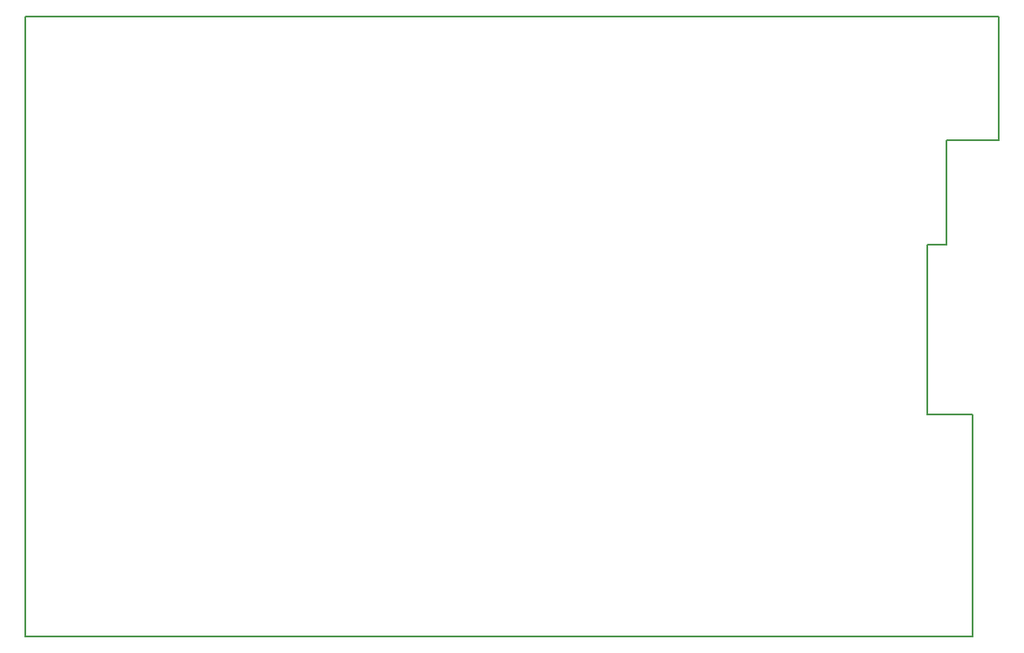
<source format=gko>
G04 #@! TF.FileFunction,Profile,NP*
%FSLAX46Y46*%
G04 Gerber Fmt 4.6, Leading zero omitted, Abs format (unit mm)*
G04 Created by KiCad (PCBNEW 4.0.6) date 06/24/17 11:03:57*
%MOMM*%
%LPD*%
G01*
G04 APERTURE LIST*
%ADD10C,0.100000*%
%ADD11C,0.150000*%
G04 APERTURE END LIST*
D10*
D11*
X94615000Y60325000D02*
X94615000Y59690000D01*
X0Y60325000D02*
X94615000Y60325000D01*
X0Y60325000D02*
X0Y59690000D01*
X0Y0D02*
X0Y59690000D01*
X92075000Y0D02*
X0Y0D01*
X92075000Y21590000D02*
X92075000Y0D01*
X87630000Y21590000D02*
X92075000Y21590000D01*
X87630000Y38100000D02*
X87630000Y21590000D01*
X89535000Y38100000D02*
X87630000Y38100000D01*
X89535000Y48260000D02*
X89535000Y38100000D01*
X94615000Y48260000D02*
X89535000Y48260000D01*
X94615000Y59690000D02*
X94615000Y48260000D01*
M02*

</source>
